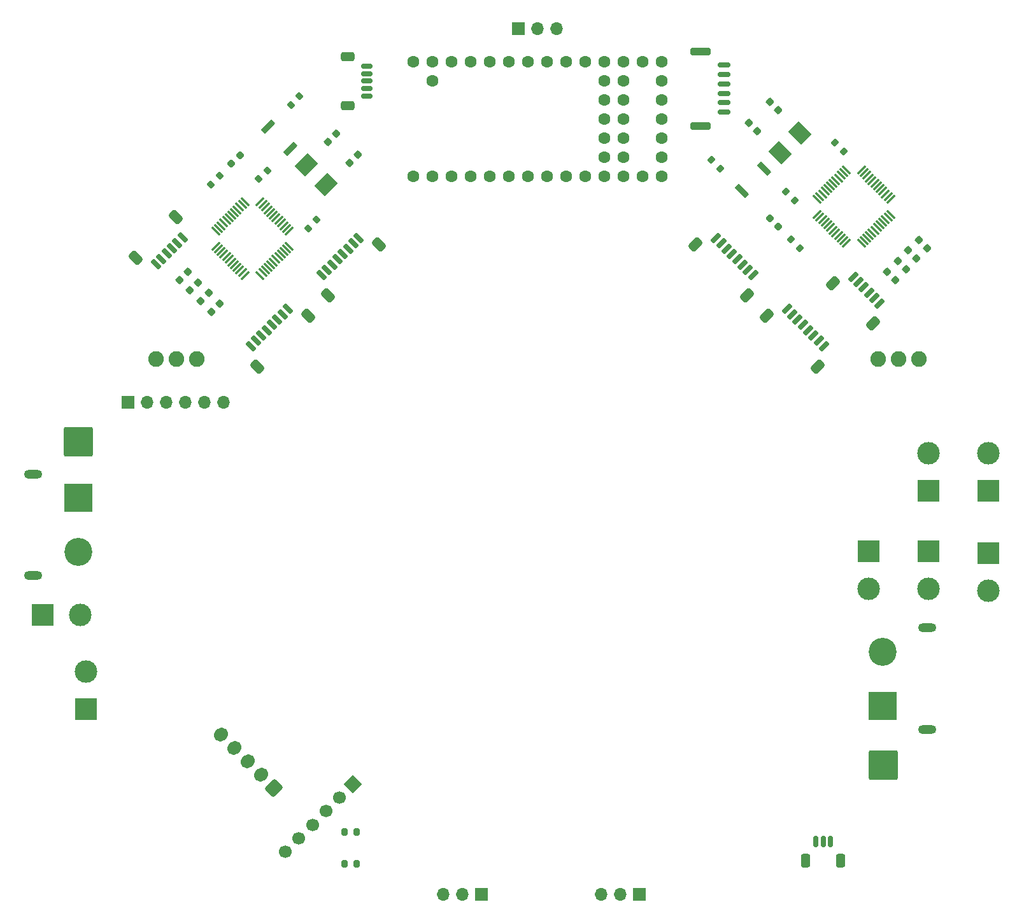
<source format=gts>
%TF.GenerationSoftware,KiCad,Pcbnew,(6.0.7-1)-1*%
%TF.CreationDate,2023-02-20T20:58:05+08:00*%
%TF.ProjectId,layer3,6c617965-7233-42e6-9b69-6361645f7063,1.0*%
%TF.SameCoordinates,Original*%
%TF.FileFunction,Soldermask,Top*%
%TF.FilePolarity,Negative*%
%FSLAX46Y46*%
G04 Gerber Fmt 4.6, Leading zero omitted, Abs format (unit mm)*
G04 Created by KiCad (PCBNEW (6.0.7-1)-1) date 2023-02-20 20:58:05*
%MOMM*%
%LPD*%
G01*
G04 APERTURE LIST*
G04 Aperture macros list*
%AMRoundRect*
0 Rectangle with rounded corners*
0 $1 Rounding radius*
0 $2 $3 $4 $5 $6 $7 $8 $9 X,Y pos of 4 corners*
0 Add a 4 corners polygon primitive as box body*
4,1,4,$2,$3,$4,$5,$6,$7,$8,$9,$2,$3,0*
0 Add four circle primitives for the rounded corners*
1,1,$1+$1,$2,$3*
1,1,$1+$1,$4,$5*
1,1,$1+$1,$6,$7*
1,1,$1+$1,$8,$9*
0 Add four rect primitives between the rounded corners*
20,1,$1+$1,$2,$3,$4,$5,0*
20,1,$1+$1,$4,$5,$6,$7,0*
20,1,$1+$1,$6,$7,$8,$9,0*
20,1,$1+$1,$8,$9,$2,$3,0*%
%AMHorizOval*
0 Thick line with rounded ends*
0 $1 width*
0 $2 $3 position (X,Y) of the first rounded end (center of the circle)*
0 $4 $5 position (X,Y) of the second rounded end (center of the circle)*
0 Add line between two ends*
20,1,$1,$2,$3,$4,$5,0*
0 Add two circle primitives to create the rounded ends*
1,1,$1,$2,$3*
1,1,$1,$4,$5*%
%AMRotRect*
0 Rectangle, with rotation*
0 The origin of the aperture is its center*
0 $1 length*
0 $2 width*
0 $3 Rotation angle, in degrees counterclockwise*
0 Add horizontal line*
21,1,$1,$2,0,0,$3*%
G04 Aperture macros list end*
%ADD10RoundRect,0.200000X0.335876X0.053033X0.053033X0.335876X-0.335876X-0.053033X-0.053033X-0.335876X0*%
%ADD11RoundRect,0.150000X0.548008X0.335876X0.335876X0.548008X-0.548008X-0.335876X-0.335876X-0.548008X0*%
%ADD12RoundRect,0.250000X0.707107X0.212132X0.212132X0.707107X-0.707107X-0.212132X-0.212132X-0.707107X0*%
%ADD13RoundRect,0.150000X0.150000X0.625000X-0.150000X0.625000X-0.150000X-0.625000X0.150000X-0.625000X0*%
%ADD14RoundRect,0.250000X0.350000X0.650000X-0.350000X0.650000X-0.350000X-0.650000X0.350000X-0.650000X0*%
%ADD15RotRect,2.000000X2.400000X45.000000*%
%ADD16RoundRect,0.225000X0.017678X-0.335876X0.335876X-0.017678X-0.017678X0.335876X-0.335876X0.017678X0*%
%ADD17RoundRect,0.250000X0.936916X0.088388X0.088388X0.936916X-0.936916X-0.088388X-0.088388X-0.936916X0*%
%ADD18HorizOval,1.700000X0.088388X0.088388X-0.088388X-0.088388X0*%
%ADD19RoundRect,0.150000X-0.700000X0.150000X-0.700000X-0.150000X0.700000X-0.150000X0.700000X0.150000X0*%
%ADD20RoundRect,0.250000X-1.100000X0.250000X-1.100000X-0.250000X1.100000X-0.250000X1.100000X0.250000X0*%
%ADD21RotRect,1.700000X1.700000X315.000000*%
%ADD22HorizOval,1.700000X0.000000X0.000000X0.000000X0.000000X0*%
%ADD23C,2.082800*%
%ADD24RoundRect,0.225000X0.335876X0.017678X0.017678X0.335876X-0.335876X-0.017678X-0.017678X-0.335876X0*%
%ADD25R,1.700000X1.700000*%
%ADD26O,1.700000X1.700000*%
%ADD27RoundRect,0.200000X-0.335876X-0.053033X-0.053033X-0.335876X0.335876X0.053033X0.053033X0.335876X0*%
%ADD28R,3.000000X3.000000*%
%ADD29C,3.000000*%
%ADD30RoundRect,0.200000X-0.053033X0.335876X-0.335876X0.053033X0.053033X-0.335876X0.335876X-0.053033X0*%
%ADD31RoundRect,0.200000X0.053033X-0.335876X0.335876X-0.053033X-0.053033X0.335876X-0.335876X0.053033X0*%
%ADD32RoundRect,0.218750X-0.026517X0.335876X-0.335876X0.026517X0.026517X-0.335876X0.335876X-0.026517X0*%
%ADD33RoundRect,0.075000X0.415425X0.521491X-0.521491X-0.415425X-0.415425X-0.521491X0.521491X0.415425X0*%
%ADD34RoundRect,0.075000X-0.415425X0.521491X-0.521491X0.415425X0.415425X-0.521491X0.521491X-0.415425X0*%
%ADD35RoundRect,0.200000X-0.707107X-0.424264X-0.424264X-0.707107X0.707107X0.424264X0.424264X0.707107X0*%
%ADD36RoundRect,0.200000X-0.200000X-0.275000X0.200000X-0.275000X0.200000X0.275000X-0.200000X0.275000X0*%
%ADD37C,1.600000*%
%ADD38RoundRect,0.200000X0.424264X-0.707107X0.707107X-0.424264X-0.424264X0.707107X-0.707107X0.424264X0*%
%ADD39RoundRect,0.218750X-0.335876X-0.026517X-0.026517X-0.335876X0.335876X0.026517X0.026517X0.335876X0*%
%ADD40RotRect,2.000000X2.400000X315.000000*%
%ADD41RoundRect,0.225000X-0.017678X0.335876X-0.335876X0.017678X0.017678X-0.335876X0.335876X-0.017678X0*%
%ADD42RoundRect,0.225000X-0.335876X-0.017678X-0.017678X-0.335876X0.335876X0.017678X0.017678X0.335876X0*%
%ADD43RoundRect,0.150000X0.625000X-0.150000X0.625000X0.150000X-0.625000X0.150000X-0.625000X-0.150000X0*%
%ADD44RoundRect,0.250000X0.650000X-0.350000X0.650000X0.350000X-0.650000X0.350000X-0.650000X-0.350000X0*%
%ADD45RoundRect,0.250002X-1.699998X-1.699998X1.699998X-1.699998X1.699998X1.699998X-1.699998X1.699998X0*%
%ADD46R,3.716000X3.716000*%
%ADD47C,3.716000*%
%ADD48O,2.400000X1.200000*%
%ADD49RoundRect,0.075000X-0.521491X0.415425X0.415425X-0.521491X0.521491X-0.415425X-0.415425X0.521491X0*%
%ADD50RoundRect,0.075000X-0.521491X-0.415425X-0.415425X-0.521491X0.521491X0.415425X0.415425X0.521491X0*%
%ADD51RoundRect,0.250002X1.699998X1.699998X-1.699998X1.699998X-1.699998X-1.699998X1.699998X-1.699998X0*%
%ADD52RoundRect,0.150000X0.335876X-0.548008X0.548008X-0.335876X-0.335876X0.548008X-0.548008X0.335876X0*%
%ADD53RoundRect,0.250000X0.212132X-0.707107X0.707107X-0.212132X-0.212132X0.707107X-0.707107X0.212132X0*%
%ADD54RoundRect,0.150000X-0.335876X0.548008X-0.548008X0.335876X0.335876X-0.548008X0.548008X-0.335876X0*%
%ADD55RoundRect,0.250000X-0.212132X0.707107X-0.707107X0.212132X0.212132X-0.707107X0.707107X-0.212132X0*%
G04 APERTURE END LIST*
D10*
X150732374Y-60327802D03*
X149565648Y-59161076D03*
D11*
X148125835Y-86252002D03*
X147418728Y-85544895D03*
X146711622Y-84837789D03*
X146004515Y-84130682D03*
X145297408Y-83423575D03*
X144590301Y-82716468D03*
X143883195Y-82009362D03*
X143176088Y-81302255D03*
D12*
X147259629Y-88956686D03*
X140471404Y-82168461D03*
D13*
X149000000Y-152175000D03*
X148000000Y-152175000D03*
X147000000Y-152175000D03*
D14*
X150300000Y-154700000D03*
X145700000Y-154700000D03*
D15*
X142300126Y-60522257D03*
X144916422Y-57905961D03*
D16*
X66640269Y-81680797D03*
X67736285Y-80584781D03*
D17*
X75000000Y-145000000D03*
D18*
X73232233Y-143232233D03*
X71464466Y-141464466D03*
X69696699Y-139696699D03*
X67928932Y-137928932D03*
D19*
X134850000Y-48875000D03*
X134850000Y-50125000D03*
X134850000Y-51375000D03*
X134850000Y-52625000D03*
X134850000Y-53875000D03*
X134850000Y-55125000D03*
D20*
X131650000Y-56975000D03*
X131650000Y-47025000D03*
D21*
X85490129Y-144509872D03*
D22*
X83694078Y-146305923D03*
X81898027Y-148101974D03*
X80101975Y-149898026D03*
X78305924Y-151694077D03*
X76509873Y-153490128D03*
D23*
X64717800Y-88000000D03*
X62000000Y-88000000D03*
X59282200Y-88000000D03*
D10*
X144898745Y-73232503D03*
X143732019Y-72065777D03*
D24*
X157591312Y-77439788D03*
X156495296Y-76343772D03*
D11*
X155505345Y-80551055D03*
X154798239Y-79843949D03*
X154091132Y-79136842D03*
X153384025Y-78429735D03*
X152676918Y-77722628D03*
X151969812Y-77015522D03*
D12*
X154639140Y-83255739D03*
X149265128Y-77881727D03*
D25*
X55550000Y-93719719D03*
D26*
X58090000Y-93719719D03*
X60630000Y-93719719D03*
X63170000Y-93719719D03*
X65710000Y-93719719D03*
X68250000Y-93719719D03*
D25*
X107475000Y-44000000D03*
D26*
X110015000Y-44000000D03*
X112555000Y-44000000D03*
D27*
X133125416Y-61459173D03*
X134292142Y-62625899D03*
D16*
X62397629Y-77438157D03*
X63493645Y-76342141D03*
D11*
X138697745Y-76823912D03*
X137990638Y-76116805D03*
X137283532Y-75409699D03*
X136576425Y-74702592D03*
X135869318Y-73995485D03*
X135162211Y-73288378D03*
X134455105Y-72581272D03*
X133747998Y-71874165D03*
D12*
X137831539Y-79528596D03*
X131043314Y-72740371D03*
D28*
X154000000Y-113500000D03*
D29*
X154000000Y-118500000D03*
D30*
X78378242Y-52972262D03*
X77211516Y-54138988D03*
D31*
X79509613Y-70579220D03*
X80676339Y-69412494D03*
D32*
X70446272Y-60875947D03*
X69332578Y-61989641D03*
D33*
X77025901Y-70941613D03*
X76672347Y-70588059D03*
X76318794Y-70234506D03*
X75965240Y-69880952D03*
X75611687Y-69527399D03*
X75258134Y-69173846D03*
X74904580Y-68820292D03*
X74551027Y-68466739D03*
X74197474Y-68113186D03*
X73843920Y-67759632D03*
X73490367Y-67406079D03*
X73136813Y-67052525D03*
D34*
X71139237Y-67052525D03*
X70785683Y-67406079D03*
X70432130Y-67759632D03*
X70078576Y-68113186D03*
X69725023Y-68466739D03*
X69371470Y-68820292D03*
X69017916Y-69173846D03*
X68664363Y-69527399D03*
X68310810Y-69880952D03*
X67957256Y-70234506D03*
X67603703Y-70588059D03*
X67250149Y-70941613D03*
D33*
X67250149Y-72939189D03*
X67603703Y-73292743D03*
X67957256Y-73646296D03*
X68310810Y-73999850D03*
X68664363Y-74353403D03*
X69017916Y-74706956D03*
X69371470Y-75060510D03*
X69725023Y-75414063D03*
X70078576Y-75767616D03*
X70432130Y-76121170D03*
X70785683Y-76474723D03*
X71139237Y-76828277D03*
D34*
X73136813Y-76828277D03*
X73490367Y-76474723D03*
X73843920Y-76121170D03*
X74197474Y-75767616D03*
X74551027Y-75414063D03*
X74904580Y-75060510D03*
X75258134Y-74706956D03*
X75611687Y-74353403D03*
X75965240Y-73999850D03*
X76318794Y-73646296D03*
X76672347Y-73292743D03*
X77025901Y-72939189D03*
D35*
X74188635Y-57020448D03*
X77158483Y-59990296D03*
D16*
X63811842Y-78852370D03*
X64907858Y-77756354D03*
D36*
X84350000Y-150875000D03*
X86000000Y-150875000D03*
D37*
X96030000Y-63620000D03*
X98570000Y-63620000D03*
X101110000Y-63620000D03*
X103650000Y-63620000D03*
X126510000Y-58540000D03*
X98570000Y-48380000D03*
X106190000Y-63620000D03*
X108730000Y-63620000D03*
X111270000Y-63620000D03*
X113810000Y-63620000D03*
X116350000Y-63620000D03*
X118890000Y-63620000D03*
X121430000Y-63620000D03*
X123970000Y-63620000D03*
X126510000Y-63620000D03*
X126510000Y-48380000D03*
X123970000Y-48380000D03*
X121430000Y-48380000D03*
X118890000Y-48380000D03*
X116350000Y-48380000D03*
X113810000Y-48380000D03*
X111270000Y-48380000D03*
X108730000Y-48380000D03*
X106190000Y-48380000D03*
X103650000Y-48380000D03*
X101110000Y-48380000D03*
X121430000Y-50920000D03*
X118890000Y-50920000D03*
X121430000Y-53460000D03*
X118890000Y-53460000D03*
X121430000Y-56000000D03*
X118890000Y-56000000D03*
X121430000Y-58540000D03*
X118890000Y-58540000D03*
X121430000Y-61080000D03*
X118890000Y-61080000D03*
X93490000Y-63620000D03*
X126510000Y-56000000D03*
X96030000Y-48380000D03*
X126510000Y-50920000D03*
X126510000Y-53460000D03*
X126510000Y-61080000D03*
X93490000Y-48380000D03*
X96030000Y-50920000D03*
D38*
X137173604Y-65648779D03*
X140143452Y-62678931D03*
D30*
X74135601Y-62871757D03*
X72968875Y-64038483D03*
D25*
X123525000Y-159200000D03*
D26*
X120985000Y-159200000D03*
X118445000Y-159200000D03*
D23*
X160717800Y-88000000D03*
X158000000Y-88000000D03*
X155282200Y-88000000D03*
D39*
X140930108Y-69263865D03*
X142043802Y-70377559D03*
D28*
X161999999Y-113500000D03*
D29*
X161999999Y-118500000D03*
D16*
X65226057Y-80266584D03*
X66322073Y-79170568D03*
D40*
X79315158Y-62146972D03*
X81931454Y-64763268D03*
D28*
X50000000Y-134500000D03*
D29*
X50000000Y-129500000D03*
D25*
X102525000Y-159200000D03*
D26*
X99985000Y-159200000D03*
X97445000Y-159200000D03*
D41*
X86121062Y-60785791D03*
X85025046Y-61881807D03*
D42*
X138110520Y-56544782D03*
X139206536Y-57640798D03*
D28*
X44250000Y-122000000D03*
D29*
X49250000Y-122000000D03*
D28*
X161999999Y-105500000D03*
D29*
X161999999Y-100500000D03*
D43*
X87325000Y-53000000D03*
X87325000Y-52000000D03*
X87325000Y-51000000D03*
X87325000Y-50000000D03*
X87325000Y-49000000D03*
D44*
X84800000Y-47700000D03*
X84800000Y-54300000D03*
D24*
X161833953Y-73197148D03*
X160737937Y-72101132D03*
D45*
X156000000Y-142000000D03*
D36*
X84350000Y-155125000D03*
X86000000Y-155125000D03*
D46*
X155869039Y-134067519D03*
D47*
X155869039Y-126867519D03*
D48*
X161869039Y-137217519D03*
X161869039Y-123717519D03*
D42*
X140938947Y-53716355D03*
X142034963Y-54812371D03*
D28*
X169999999Y-113750000D03*
D29*
X169999999Y-118750000D03*
D28*
X169999999Y-105500000D03*
D29*
X169999999Y-100500000D03*
D24*
X160419738Y-74611360D03*
X159323722Y-73515344D03*
D49*
X151094768Y-62811515D03*
X150741214Y-63165069D03*
X150387661Y-63518622D03*
X150034107Y-63872176D03*
X149680554Y-64225729D03*
X149327001Y-64579282D03*
X148973447Y-64932836D03*
X148619894Y-65286389D03*
X148266341Y-65639942D03*
X147912787Y-65993496D03*
X147559234Y-66347049D03*
X147205680Y-66700603D03*
D50*
X147205680Y-68698179D03*
X147559234Y-69051733D03*
X147912787Y-69405286D03*
X148266341Y-69758840D03*
X148619894Y-70112393D03*
X148973447Y-70465946D03*
X149327001Y-70819500D03*
X149680554Y-71173053D03*
X150034107Y-71526606D03*
X150387661Y-71880160D03*
X150741214Y-72233713D03*
X151094768Y-72587267D03*
D49*
X153092344Y-72587267D03*
X153445898Y-72233713D03*
X153799451Y-71880160D03*
X154153005Y-71526606D03*
X154506558Y-71173053D03*
X154860111Y-70819500D03*
X155213665Y-70465946D03*
X155567218Y-70112393D03*
X155920771Y-69758840D03*
X156274325Y-69405286D03*
X156627878Y-69051733D03*
X156981432Y-68698179D03*
D50*
X156981432Y-66700603D03*
X156627878Y-66347049D03*
X156274325Y-65993496D03*
X155920771Y-65639942D03*
X155567218Y-65286389D03*
X155213665Y-64932836D03*
X154860111Y-64579282D03*
X154506558Y-64225729D03*
X154153005Y-63872176D03*
X153799451Y-63518622D03*
X153445898Y-63165069D03*
X153092344Y-62811515D03*
D51*
X49000000Y-99000000D03*
D52*
X59286360Y-75352192D03*
X59993466Y-74645086D03*
X60700573Y-73937979D03*
X61407680Y-73230872D03*
X62114787Y-72523765D03*
X62821893Y-71816659D03*
D53*
X61955688Y-69111975D03*
X56581676Y-74485987D03*
D54*
X86252002Y-71874165D03*
X85544895Y-72581272D03*
X84837789Y-73288378D03*
X84130682Y-73995485D03*
X83423575Y-74702592D03*
X82716468Y-75409699D03*
X82009362Y-76116805D03*
X81302255Y-76823912D03*
D55*
X82168461Y-79528596D03*
X88956686Y-72740371D03*
D27*
X143024911Y-65701813D03*
X144191637Y-66868539D03*
D31*
X66604914Y-64745590D03*
X67771640Y-63578864D03*
D46*
X49000000Y-106400000D03*
D47*
X49000000Y-113600000D03*
D48*
X43000000Y-103250000D03*
X43000000Y-116750000D03*
D41*
X83292635Y-57957364D03*
X82196619Y-59053380D03*
D24*
X159005525Y-76025573D03*
X157909509Y-74929557D03*
D54*
X76823912Y-81302255D03*
X76116805Y-82009362D03*
X75409699Y-82716468D03*
X74702592Y-83423575D03*
X73995485Y-84130682D03*
X73288378Y-84837789D03*
X72581272Y-85544895D03*
X71874165Y-86252002D03*
D55*
X79528596Y-82168461D03*
X72740371Y-88956686D03*
M02*

</source>
